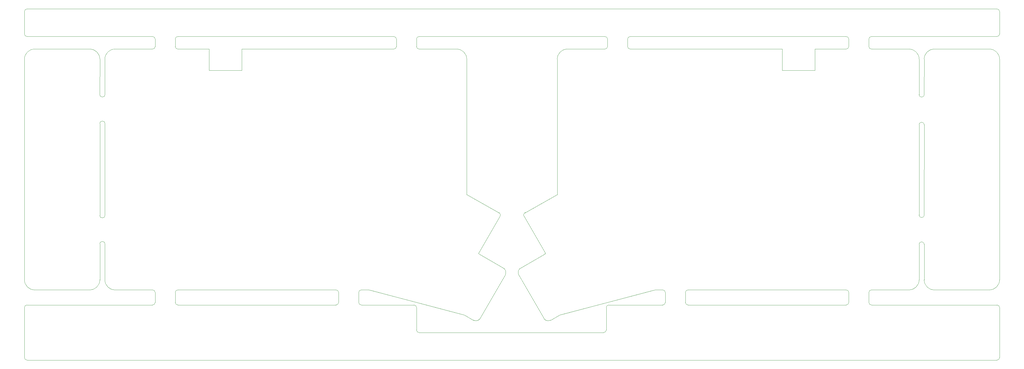
<source format=gm1>
G04 #@! TF.GenerationSoftware,KiCad,Pcbnew,(5.1.2-1)-1*
G04 #@! TF.CreationDate,2020-07-25T23:53:14-05:00*
G04 #@! TF.ProjectId,Dori_bottom_plate,446f7269-5f62-46f7-9474-6f6d5f706c61,rev?*
G04 #@! TF.SameCoordinates,Original*
G04 #@! TF.FileFunction,Profile,NP*
%FSLAX46Y46*%
G04 Gerber Fmt 4.6, Leading zero omitted, Abs format (unit mm)*
G04 Created by KiCad (PCBNEW (5.1.2-1)-1) date 2020-07-25 23:53:14*
%MOMM*%
%LPD*%
G04 APERTURE LIST*
%ADD10C,0.050000*%
G04 APERTURE END LIST*
D10*
X235143542Y-128208783D02*
G75*
G02X233108500Y-128651000I-1273043J954782D01*
G01*
X243141500Y-114300000D02*
X235143543Y-128208783D01*
X233108500Y-128651000D02*
X230187500Y-127000000D01*
X241490500Y-95758000D02*
X234794283Y-107306957D01*
X234887494Y-107721744D02*
G75*
G02X234794283Y-107306957I160788J253999D01*
G01*
X230981250Y-88900000D02*
X241109500Y-94615000D01*
X241490500Y-95758000D02*
G75*
G03X241109500Y-94615002I-761999J380999D01*
G01*
X242699283Y-112264958D02*
G75*
G02X243141500Y-114300000I-954782J-1273043D01*
G01*
X234887494Y-107721744D02*
X242699283Y-112264957D01*
X200025000Y-119060306D02*
X230187500Y-127000000D01*
X200025000Y-119060306D02*
X197643750Y-119062500D01*
X330596875Y-49609375D02*
X340915625Y-49609375D01*
X340915625Y-49609375D02*
X340915625Y-42862500D01*
X330596875Y-42862500D02*
X330596875Y-49609375D01*
X159940625Y-49609375D02*
X159940625Y-42862500D01*
X149621875Y-49609375D02*
X159940625Y-49609375D01*
X149621875Y-42860734D02*
X149621875Y-49609375D01*
X139700000Y-42862500D02*
X149621875Y-42860734D01*
X373856964Y-104648000D02*
G75*
G02X375443750Y-104648000I793393J0D01*
G01*
X375443036Y-95377000D02*
G75*
G02X373856250Y-95377000I-793393J0D01*
G01*
X373856964Y-66802000D02*
G75*
G02X375443750Y-66802000I793393J0D01*
G01*
X375443750Y-46037500D02*
G75*
G02X378618750Y-42862500I3175000J0D01*
G01*
X375443036Y-57277000D02*
G75*
G02X373856250Y-57277000I-793393J0D01*
G01*
X116679822Y-57261125D02*
G75*
G02X115093036Y-57261125I-793393J0D01*
G01*
X115094464Y-66421000D02*
G75*
G02X116681250Y-66421000I793393J0D01*
G01*
X116680536Y-95504000D02*
G75*
G02X115093750Y-95504000I-793393J0D01*
G01*
X115094107Y-104521000D02*
G75*
G02X116680893Y-104521000I793393J0D01*
G01*
X290512500Y-119060306D02*
X260350000Y-127000000D01*
X255650006Y-107721744D02*
X247838217Y-112264957D01*
X247838217Y-112264958D02*
G75*
G03X247396000Y-114300000I954782J-1273043D01*
G01*
X249047000Y-95758000D02*
G75*
G02X249428000Y-94615002I761999J380999D01*
G01*
X259556250Y-88900000D02*
X249428000Y-94615000D01*
X290512500Y-119060306D02*
X292893750Y-119062500D01*
X255650006Y-107721744D02*
G75*
G03X255743217Y-107306957I-160788J253999D01*
G01*
X249047000Y-95758000D02*
X255743217Y-107306957D01*
X257429000Y-128651000D02*
X260350000Y-127000000D01*
X247396000Y-114300000D02*
X255393957Y-128208783D01*
X255393958Y-128208783D02*
G75*
G03X257429000Y-128651000I1273043J954782D01*
G01*
X399256250Y-140493750D02*
G75*
G02X398462500Y-141287500I-793750J0D01*
G01*
X398462500Y-123825000D02*
G75*
G02X399256250Y-124618750I0J-793750D01*
G01*
X358775000Y-123825000D02*
G75*
G02X357981250Y-123031250I0J793750D01*
G01*
X357981250Y-119856250D02*
G75*
G02X358775000Y-119062500I793750J0D01*
G01*
X351631250Y-123031250D02*
G75*
G02X350837500Y-123825000I-793750J0D01*
G01*
X350837500Y-119062500D02*
G75*
G02X351631250Y-119856250I0J-793750D01*
G01*
X300831250Y-123825000D02*
G75*
G02X300037500Y-123031250I0J793750D01*
G01*
X300037500Y-119856250D02*
G75*
G02X300831250Y-119062500I793750J0D01*
G01*
X91281250Y-30956250D02*
G75*
G02X92075000Y-30162500I793750J0D01*
G01*
X91281250Y-38100000D02*
X91281250Y-30956250D01*
X398462500Y-30162500D02*
G75*
G02X399256250Y-30956250I0J-793750D01*
G01*
X399256250Y-38100000D02*
G75*
G02X398462500Y-38893750I-793750J0D01*
G01*
X351631250Y-42068750D02*
G75*
G02X350837500Y-42862500I-793750J0D01*
G01*
X350837500Y-38893750D02*
G75*
G02X351631250Y-39687500I0J-793750D01*
G01*
X282575000Y-42862500D02*
G75*
G02X281781250Y-42068750I0J793750D01*
G01*
X281781250Y-39687500D02*
G75*
G02X282575000Y-38893750I793750J0D01*
G01*
X259556250Y-46037500D02*
G75*
G02X262731250Y-42862500I3175000J0D01*
G01*
X275431250Y-42068750D02*
G75*
G02X274637500Y-42862500I-793750J0D01*
G01*
X274637500Y-38893750D02*
G75*
G02X275431250Y-39687500I0J-793750D01*
G01*
X357981250Y-39687500D02*
G75*
G02X358775000Y-38893750I793750J0D01*
G01*
X358775000Y-42862500D02*
G75*
G02X357981250Y-42068750I0J793750D01*
G01*
X370681250Y-42862500D02*
G75*
G02X373856250Y-46037500I0J-3175000D01*
G01*
X396081250Y-42862500D02*
G75*
G02X399256250Y-46037500I0J-3175000D01*
G01*
X399256250Y-115887500D02*
G75*
G02X396081250Y-119062500I-3175000J0D01*
G01*
X378618750Y-119062500D02*
G75*
G02X375443750Y-115887500I0J3175000D01*
G01*
X373856250Y-115887500D02*
G75*
G02X370681250Y-119062500I-3175000J0D01*
G01*
X293687500Y-123031250D02*
G75*
G02X292893750Y-123825000I-793750J0D01*
G01*
X292893750Y-119062500D02*
G75*
G02X293687500Y-119856250I0J-793750D01*
G01*
X275034375Y-124618750D02*
G75*
G02X275828125Y-123825000I793750J0D01*
G01*
X275034375Y-131762500D02*
G75*
G02X274240625Y-132556250I-793750J0D01*
G01*
X215900000Y-132556250D02*
G75*
G02X215106250Y-131762500I0J793750D01*
G01*
X214312500Y-123825000D02*
G75*
G02X215106250Y-124618750I0J-793750D01*
G01*
X227806250Y-42862500D02*
G75*
G02X230981250Y-46037500I0J-3175000D01*
G01*
X215106250Y-39687500D02*
G75*
G02X215900000Y-38893750I793750J0D01*
G01*
X215900000Y-42862500D02*
G75*
G02X215106250Y-42068750I0J793750D01*
G01*
X207962500Y-38893750D02*
G75*
G02X208756250Y-39687500I0J-793750D01*
G01*
X208756250Y-42068750D02*
G75*
G02X207962500Y-42862500I-793750J0D01*
G01*
X138906250Y-39687500D02*
G75*
G02X139700000Y-38893750I793750J0D01*
G01*
X139700000Y-42862500D02*
G75*
G02X138906250Y-42068750I0J793750D01*
G01*
X197643750Y-123825000D02*
G75*
G02X196850000Y-123031250I0J793750D01*
G01*
X196850000Y-119856250D02*
G75*
G02X197643750Y-119062500I793750J0D01*
G01*
X190500000Y-123031250D02*
G75*
G02X189706250Y-123825000I-793750J0D01*
G01*
X189706250Y-119062500D02*
G75*
G02X190500000Y-119856250I0J-793750D01*
G01*
X139700000Y-123825000D02*
G75*
G02X138906250Y-123031250I0J793750D01*
G01*
X138906250Y-119856250D02*
G75*
G02X139700000Y-119062500I793750J0D01*
G01*
X92075000Y-141287500D02*
G75*
G02X91281250Y-140493750I0J793750D01*
G01*
X91281250Y-124618750D02*
G75*
G02X92075000Y-123825000I793750J0D01*
G01*
X132556250Y-123031250D02*
G75*
G02X131762500Y-123825000I-793750J0D01*
G01*
X131762500Y-119062500D02*
G75*
G02X132556250Y-119856250I0J-793750D01*
G01*
X119856250Y-119062500D02*
G75*
G02X116681250Y-115887500I0J3175000D01*
G01*
X115093750Y-115887500D02*
G75*
G02X111918750Y-119062500I-3175000J0D01*
G01*
X92075000Y-38893750D02*
G75*
G02X91281250Y-38100000I0J793750D01*
G01*
X131762500Y-38893750D02*
G75*
G02X132556250Y-39687500I0J-793750D01*
G01*
X132556250Y-42068750D02*
G75*
G02X131762500Y-42862500I-793750J0D01*
G01*
X116681250Y-46037500D02*
G75*
G02X119856250Y-42862500I3175000J0D01*
G01*
X111918750Y-42862500D02*
G75*
G02X115093750Y-46037500I0J-3175000D01*
G01*
X91281250Y-46037500D02*
G75*
G02X94456250Y-42862500I3175000J0D01*
G01*
X94456250Y-119062500D02*
G75*
G02X91281250Y-115887500I0J3175000D01*
G01*
X373856250Y-115887500D02*
X373856250Y-104648000D01*
X375443036Y-57277000D02*
X375443750Y-46037500D01*
X373856250Y-46037500D02*
X373856250Y-57277000D01*
X375443750Y-115887500D02*
X375443750Y-104648000D01*
X378618750Y-119062500D02*
X396081250Y-119062500D01*
X373856250Y-66802000D02*
X373855536Y-95377000D01*
X375443750Y-66802000D02*
X375443036Y-95377000D01*
X396081250Y-42862500D02*
X378618750Y-42862500D01*
X399256250Y-115887500D02*
X399256250Y-46037500D01*
X274240625Y-132556250D02*
X215900000Y-132556250D01*
X275034375Y-124618750D02*
X275034375Y-131762500D01*
X275828125Y-123825000D02*
X292893750Y-123825000D01*
X399256250Y-124618750D02*
X399256250Y-140493750D01*
X398462500Y-123825000D02*
X358775000Y-123825000D01*
X92075000Y-141287500D02*
X398462500Y-141287500D01*
X91281250Y-124618750D02*
X91281250Y-140493750D01*
X215106250Y-124618750D02*
X215106250Y-131762500D01*
X214312500Y-123825000D02*
X197643750Y-123825000D01*
X131762500Y-123825000D02*
X92075000Y-123825000D01*
X139700000Y-123825000D02*
X189706250Y-123825000D01*
X131762500Y-119062500D02*
X119856250Y-119062500D01*
X189706250Y-119062500D02*
X139700000Y-119062500D01*
X190500000Y-119856250D02*
X190500000Y-123031250D01*
X196850000Y-119856250D02*
X196850000Y-123031250D01*
X132556250Y-119856250D02*
X132556250Y-123031250D01*
X138906250Y-119856250D02*
X138906250Y-123031250D01*
X358775000Y-119062500D02*
X370681250Y-119062500D01*
X300831250Y-119062500D02*
X350837500Y-119062500D01*
X300831250Y-123825000D02*
X350837500Y-123825000D01*
X293687500Y-119856250D02*
X293687500Y-123031250D01*
X300037500Y-119856250D02*
X300037500Y-123031250D01*
X351631250Y-119856250D02*
X351631250Y-123031250D01*
X357981250Y-119856250D02*
X357981250Y-123031250D01*
X207962500Y-42862500D02*
X159940625Y-42862500D01*
X227806250Y-42862500D02*
X215900000Y-42862500D01*
X131762500Y-42862500D02*
X119856250Y-42862500D01*
X398462500Y-38893750D02*
X358775000Y-38893750D01*
X357981250Y-39687500D02*
X357981250Y-42068750D01*
X351631250Y-39687500D02*
X351631250Y-42068750D01*
X282575000Y-38893750D02*
X350837500Y-38893750D01*
X358775000Y-42862500D02*
X370681250Y-42862500D01*
X350837500Y-42862500D02*
X340915625Y-42862500D01*
X282575000Y-42862500D02*
X330596875Y-42862500D01*
X281781250Y-39687500D02*
X281781250Y-42068750D01*
X274637500Y-42862500D02*
X262731250Y-42862500D01*
X275431250Y-39687500D02*
X275431250Y-42068750D01*
X215900000Y-38893750D02*
X274637500Y-38893750D01*
X215106250Y-39687500D02*
X215106250Y-42068750D01*
X208756250Y-39687500D02*
X208756250Y-42068750D01*
X139700000Y-38893750D02*
X207962500Y-38893750D01*
X131762500Y-38893750D02*
X92075000Y-38893750D01*
X138906250Y-39687500D02*
X138906250Y-42068750D01*
X132556250Y-39687500D02*
X132556250Y-42068750D01*
X399256250Y-30956250D02*
X399256250Y-38100000D01*
X92075000Y-30162500D02*
X398462500Y-30162500D01*
X230981250Y-46037500D02*
X230981250Y-88900000D01*
X259556250Y-46037500D02*
X259556250Y-88900000D01*
X91281250Y-115887500D02*
X91281250Y-46037500D01*
X94456250Y-42862500D02*
X111918750Y-42862500D01*
X115094464Y-66421000D02*
X115093750Y-95504000D01*
X116681250Y-66421000D02*
X116680536Y-95504000D01*
X111918750Y-119062500D02*
X94456250Y-119062500D01*
X115093750Y-115887500D02*
X115094107Y-104521000D01*
X116681250Y-46037500D02*
X116679822Y-57261125D01*
X115093036Y-57261125D02*
X115093750Y-46037500D01*
X116681250Y-115887500D02*
X116680893Y-104521000D01*
M02*

</source>
